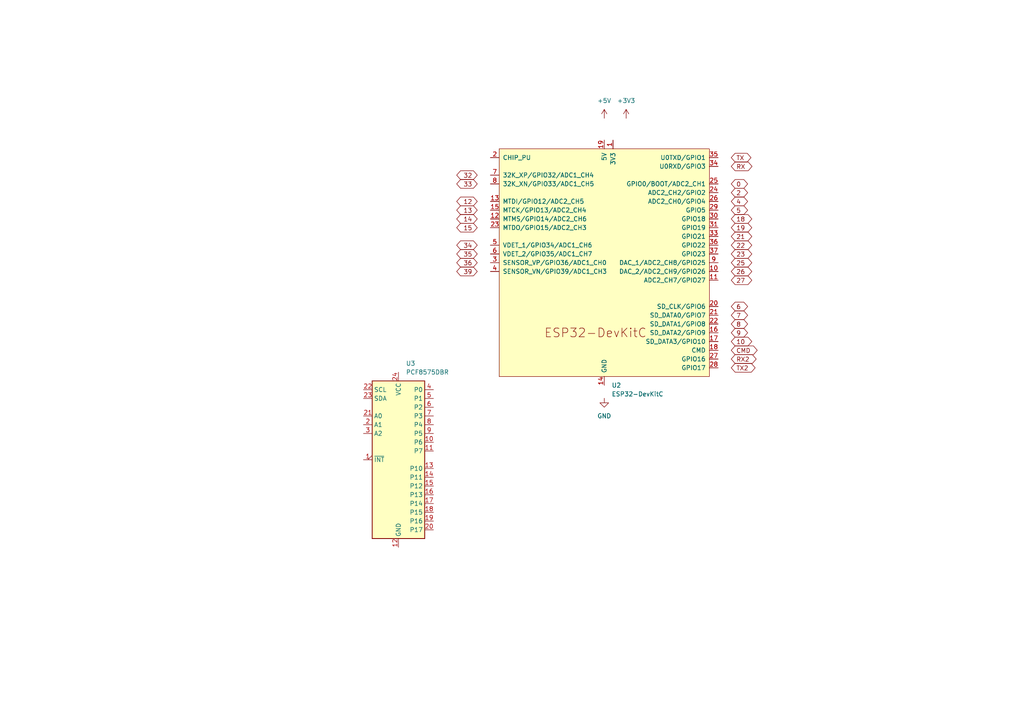
<source format=kicad_sch>
(kicad_sch (version 20250114) (generator "eeschema") (generator_version "9.0")
  (paper "A4")
  (title_block (title "controesp BASE") (date "2025-03-15") (rev "1") (comment 1 "8x NO relay outputs") (comment 2 "1x 0-5V analog input") (comment 3 "12x 24V digital inputs") (comment 4 "24V supply") (comment 5 "12x 24V digital inputs") (comment 6 "1x 0-5V analog input") (comment 9 "test comment9"))
  (lib_symbols
    (symbol "Interface_Expansion:PCF8575DBR"
      (property "Reference" "U" (at -6.35 24.13 0))
      (property "Value" "PCF8575DBR" (at 7.62 -24.13 0))
      (symbol "PCF8575DBR_0_1"
        (rectangle (start -7.62 22.86) (end 7.62 -22.86) (stroke (width 0.254)) (fill (type background)))
      )
      (symbol "PCF8575DBR_1_1"
        (pin input line (at -10.16 20.32 0) (length 2.54) (name "SCL") (number "22"))
        (pin bidirectional line (at -10.16 17.78 0) (length 2.54) (name "SDA") (number "23"))
        (pin input line (at -10.16 12.7 0) (length 2.54) (name "A0") (number "21"))
        (pin input line (at -10.16 10.16 0) (length 2.54) (name "A1") (number "2"))
        (pin input line (at -10.16 7.62 0) (length 2.54) (name "A2") (number "3"))
        (pin open_collector output_low (at -10.16 0 0) (length 2.54) (name "~{INT}") (number "1"))
        (pin power_in line (at 0 25.4 270) (length 2.54) (name "VCC") (number "24"))
        (pin power_in line (at 0 -25.4 90) (length 2.54) (name "GND") (number "12"))
        (pin bidirectional line (at 10.16 20.32 180) (length 2.54) (name "P0") (number "4"))
        (pin bidirectional line (at 10.16 17.78 180) (length 2.54) (name "P1") (number "5"))
        (pin bidirectional line (at 10.16 15.24 180) (length 2.54) (name "P2") (number "6"))
        (pin bidirectional line (at 10.16 12.7 180) (length 2.54) (name "P3") (number "7"))
        (pin bidirectional line (at 10.16 10.16 180) (length 2.54) (name "P4") (number "8"))
        (pin bidirectional line (at 10.16 7.62 180) (length 2.54) (name "P5") (number "9"))
        (pin bidirectional line (at 10.16 5.08 180) (length 2.54) (name "P6") (number "10"))
        (pin bidirectional line (at 10.16 2.54 180) (length 2.54) (name "P7") (number "11"))
        (pin bidirectional line (at 10.16 -2.54 180) (length 2.54) (name "P10") (number "13"))
        (pin bidirectional line (at 10.16 -5.08 180) (length 2.54) (name "P11") (number "14"))
        (pin bidirectional line (at 10.16 -7.62 180) (length 2.54) (name "P12") (number "15"))
        (pin bidirectional line (at 10.16 -10.16 180) (length 2.54) (name "P13") (number "16"))
        (pin bidirectional line (at 10.16 -12.7 180) (length 2.54) (name "P14") (number "17"))
        (pin bidirectional line (at 10.16 -15.24 180) (length 2.54) (name "P15") (number "18"))
        (pin bidirectional line (at 10.16 -17.78 180) (length 2.54) (name "P16") (number "19"))
        (pin bidirectional line (at 10.16 -20.32 180) (length 2.54) (name "P17") (number "20"))
      )
    )
    (symbol "PCM_Espressif:ESP32-DevKitC" (pin_names (offset 1.016))
      (property "Reference" "U" (at -30.48 38.1 0))
      (property "Value" "ESP32-DevKitC" (at -30.48 35.56 0))
      (symbol "ESP32-DevKitC_0_0"
        (text "ESP32-DevKitC" (at -2.54 -20.32 0) (effects (font (size 2.54 2.54))))
        (pin power_in line (at 0 35.56 270) (length 2.54) (name "5V") (number "19"))
        (pin power_in line (at 0 -35.56 90) (length 2.54) (name "GND") (number "14"))
      )
      (symbol "ESP32-DevKitC_0_1"
        (rectangle (start -30.48 33.02) (end 30.48 -33.02) (fill (type background)))
      )
      (symbol "ESP32-DevKitC_1_1"
        (pin input line (at -33.02 30.48 0) (length 2.54) (name "CHIP_PU") (number "2"))
        (pin bidirectional line (at -33.02 25.4 0) (length 2.54) (name "32K_XP/GPIO32/ADC1_CH4") (number "7"))
        (pin bidirectional line (at -33.02 22.86 0) (length 2.54) (name "32K_XN/GPIO33/ADC1_CH5") (number "8"))
        (pin bidirectional line (at -33.02 17.78 0) (length 2.54) (name "MTDI/GPIO12/ADC2_CH5") (number "13"))
        (pin bidirectional line (at -33.02 15.24 0) (length 2.54) (name "MTCK/GPIO13/ADC2_CH4") (number "15"))
        (pin bidirectional line (at -33.02 12.7 0) (length 2.54) (name "MTMS/GPIO14/ADC2_CH6") (number "12"))
        (pin bidirectional line (at -33.02 10.16 0) (length 2.54) (name "MTDO/GPIO15/ADC2_CH3") (number "23"))
        (pin input line (at -33.02 5.08 0) (length 2.54) (name "VDET_1/GPIO34/ADC1_CH6") (number "5"))
        (pin input line (at -33.02 2.54 0) (length 2.54) (name "VDET_2/GPIO35/ADC1_CH7") (number "6"))
        (pin input line (at -33.02 0 0) (length 2.54) (name "SENSOR_VP/GPIO36/ADC1_CH0") (number "3"))
        (pin input line (at -33.02 -2.54 0) (length 2.54) (name "SENSOR_VN/GPIO39/ADC1_CH3") (number "4"))
        (pin passive line (at 0 -35.56 90) (length 2.54) (hide yes) (name "GND") (number "32"))
        (pin passive line (at 0 -35.56 90) (length 2.54) (hide yes) (name "GND") (number "38"))
        (pin power_in line (at 2.54 35.56 270) (length 2.54) (name "3V3") (number "1"))
        (pin bidirectional line (at 33.02 30.48 180) (length 2.54) (name "U0TXD/GPIO1") (number "35"))
        (pin bidirectional line (at 33.02 27.94 180) (length 2.54) (name "U0RXD/GPIO3") (number "34"))
        (pin bidirectional line (at 33.02 22.86 180) (length 2.54) (name "GPIO0/BOOT/ADC2_CH1") (number "25"))
        (pin bidirectional line (at 33.02 20.32 180) (length 2.54) (name "ADC2_CH2/GPIO2") (number "24"))
        (pin bidirectional line (at 33.02 17.78 180) (length 2.54) (name "ADC2_CH0/GPIO4") (number "26"))
        (pin bidirectional line (at 33.02 15.24 180) (length 2.54) (name "GPIO5") (number "29"))
        (pin bidirectional line (at 33.02 12.7 180) (length 2.54) (name "GPIO18") (number "30"))
        (pin bidirectional line (at 33.02 10.16 180) (length 2.54) (name "GPIO19") (number "31"))
        (pin bidirectional line (at 33.02 7.62 180) (length 2.54) (name "GPIO21") (number "33"))
        (pin bidirectional line (at 33.02 5.08 180) (length 2.54) (name "GPIO22") (number "36"))
        (pin bidirectional line (at 33.02 2.54 180) (length 2.54) (name "GPIO23") (number "37"))
        (pin bidirectional line (at 33.02 0 180) (length 2.54) (name "DAC_1/ADC2_CH8/GPIO25") (number "9"))
        (pin bidirectional line (at 33.02 -2.54 180) (length 2.54) (name "DAC_2/ADC2_CH9/GPIO26") (number "10"))
        (pin bidirectional line (at 33.02 -5.08 180) (length 2.54) (name "ADC2_CH7/GPIO27") (number "11"))
        (pin bidirectional line (at 33.02 -12.7 180) (length 2.54) (name "SD_CLK/GPIO6") (number "20"))
        (pin bidirectional line (at 33.02 -15.24 180) (length 2.54) (name "SD_DATA0/GPIO7") (number "21"))
        (pin bidirectional line (at 33.02 -17.78 180) (length 2.54) (name "SD_DATA1/GPIO8") (number "22"))
        (pin bidirectional line (at 33.02 -20.32 180) (length 2.54) (name "SD_DATA2/GPIO9") (number "16"))
        (pin bidirectional line (at 33.02 -22.86 180) (length 2.54) (name "SD_DATA3/GPIO10") (number "17"))
        (pin bidirectional line (at 33.02 -25.4 180) (length 2.54) (name "CMD") (number "18"))
        (pin bidirectional line (at 33.02 -27.94 180) (length 2.54) (name "GPIO16") (number "27"))
        (pin bidirectional line (at 33.02 -30.48 180) (length 2.54) (name "GPIO17") (number "28"))
      )
    )
    (symbol "power:+3V3" (power) (pin_numbers (hide yes)) (pin_names (offset 0) (hide yes))
      (property "Value" "+3V3" (at 0 3.556 0))
      (symbol "+3V3_0_1"
        (polyline (pts (xy -0.762 1.27) (xy 0 2.54)))
        (polyline (pts (xy 0 2.54) (xy 0.762 1.27)))
        (polyline (pts (xy 0 0) (xy 0 2.54)))
      )
      (symbol "+3V3_1_1"
        (pin power_in line (at 0 0 90) (length 0) (name "~") (number "1"))
      )
    )
    (symbol "power:+5V" (power) (pin_numbers (hide yes)) (pin_names (offset 0) (hide yes))
      (property "Value" "+5V" (at 0 3.556 0))
      (symbol "+5V_0_1"
        (polyline (pts (xy -0.762 1.27) (xy 0 2.54)))
        (polyline (pts (xy 0 2.54) (xy 0.762 1.27)))
        (polyline (pts (xy 0 0) (xy 0 2.54)))
      )
      (symbol "+5V_1_1"
        (pin power_in line (at 0 0 90) (length 0) (name "~") (number "1"))
      )
    )
    (symbol "power:GND" (power) (pin_numbers (hide yes)) (pin_names (offset 0) (hide yes))
      (property "Value" "GND" (at 0 -3.81 0))
      (symbol "GND_0_1"
        (polyline (pts (xy 0 0) (xy 0 -1.27) (xy 1.27 -1.27) (xy 0 -2.54) (xy -1.27 -1.27) (xy 0 -1.27)))
      )
      (symbol "GND_1_1"
        (pin power_in line (at 0 0 270) (length 0) (name "~") (number "1"))
      )
    )
  )
  (global_label "22" (shape bidirectional) (at 212.09 71.12 0) (property "Intersheetrefs" "${INTERSHEET_REFS}" (at 218.6055 71.12 0) (effects (justify left))))
  (global_label "35" (shape bidirectional) (at 138.43 73.66 180) (property "Intersheetrefs" "${INTERSHEET_REFS}" (at 131.9145 73.66 0) (effects (justify right))))
  (global_label "21" (shape bidirectional) (at 212.09 68.58 0) (property "Intersheetrefs" "${INTERSHEET_REFS}" (at 218.6055 68.58 0) (effects (justify left))))
  (global_label "15" (shape bidirectional) (at 138.43 66.04 180) (property "Intersheetrefs" "${INTERSHEET_REFS}" (at 131.9145 66.04 0) (effects (justify right))))
  (global_label "8" (shape bidirectional) (at 212.09 93.98 0) (property "Intersheetrefs" "${INTERSHEET_REFS}" (at 217.396 93.98 0) (effects (justify left))))
  (global_label "TX" (shape bidirectional) (at 212.09 45.72 0) (property "Intersheetrefs" "${INTERSHEET_REFS}" (at 218.3636 45.72 0) (effects (justify left))))
  (global_label "10" (shape bidirectional) (at 212.09 99.06 0) (property "Intersheetrefs" "${INTERSHEET_REFS}" (at 218.6055 99.06 0) (effects (justify left))))
  (global_label "5" (shape bidirectional) (at 212.09 60.96 0) (property "Intersheetrefs" "${INTERSHEET_REFS}" (at 217.396 60.96 0) (effects (justify left))))
  (global_label "9" (shape bidirectional) (at 212.09 96.52 0) (property "Intersheetrefs" "${INTERSHEET_REFS}" (at 217.396 96.52 0) (effects (justify left))))
  (global_label "TX2" (shape bidirectional) (at 212.09 106.68 0) (property "Intersheetrefs" "${INTERSHEET_REFS}" (at 219.5731 106.68 0) (effects (justify left))))
  (global_label "14" (shape bidirectional) (at 138.43 63.5 180) (property "Intersheetrefs" "${INTERSHEET_REFS}" (at 131.9145 63.5 0) (effects (justify right))))
  (global_label "34" (shape bidirectional) (at 138.43 71.12 180) (property "Intersheetrefs" "${INTERSHEET_REFS}" (at 131.9145 71.12 0) (effects (justify right))))
  (global_label "RX" (shape bidirectional) (at 212.09 48.26 0) (property "Intersheetrefs" "${INTERSHEET_REFS}" (at 218.666 48.26 0) (effects (justify left))))
  (global_label "0" (shape bidirectional) (at 212.09 53.34 0) (property "Intersheetrefs" "${INTERSHEET_REFS}" (at 217.396 53.34 0) (effects (justify left))))
  (global_label "2" (shape bidirectional) (at 212.09 55.88 0) (property "Intersheetrefs" "${INTERSHEET_REFS}" (at 217.396 55.88 0) (effects (justify left))))
  (global_label "39" (shape bidirectional) (at 138.43 78.74 180) (property "Intersheetrefs" "${INTERSHEET_REFS}" (at 131.9145 78.74 0) (effects (justify right))))
  (global_label "12" (shape bidirectional) (at 138.43 58.42 180) (property "Intersheetrefs" "${INTERSHEET_REFS}" (at 131.9145 58.42 0) (effects (justify right))))
  (global_label "7" (shape bidirectional) (at 212.09 91.44 0) (property "Intersheetrefs" "${INTERSHEET_REFS}" (at 217.396 91.44 0) (effects (justify left))))
  (global_label "33" (shape bidirectional) (at 138.43 53.34 180) (property "Intersheetrefs" "${INTERSHEET_REFS}" (at 131.9145 53.34 0) (effects (justify right))))
  (global_label "25" (shape bidirectional) (at 212.09 76.2 0) (property "Intersheetrefs" "${INTERSHEET_REFS}" (at 218.6055 76.2 0) (effects (justify left))))
  (global_label "18" (shape bidirectional) (at 212.09 63.5 0) (property "Intersheetrefs" "${INTERSHEET_REFS}" (at 218.6055 63.5 0) (effects (justify left))))
  (global_label "RX2" (shape bidirectional) (at 212.09 104.14 0) (property "Intersheetrefs" "${INTERSHEET_REFS}" (at 219.8755 104.14 0) (effects (justify left))))
  (global_label "32" (shape bidirectional) (at 138.43 50.8 180) (property "Intersheetrefs" "${INTERSHEET_REFS}" (at 131.9145 50.8 0) (effects (justify right))))
  (global_label "36" (shape bidirectional) (at 138.43 76.2 180) (property "Intersheetrefs" "${INTERSHEET_REFS}" (at 131.9145 76.2 0) (effects (justify right))))
  (global_label "23" (shape bidirectional) (at 212.09 73.66 0) (property "Intersheetrefs" "${INTERSHEET_REFS}" (at 218.6055 73.66 0) (effects (justify left))))
  (global_label "6" (shape bidirectional) (at 212.09 88.9 0) (property "Intersheetrefs" "${INTERSHEET_REFS}" (at 217.396 88.9 0) (effects (justify left))))
  (global_label "19" (shape bidirectional) (at 212.09 66.04 0) (property "Intersheetrefs" "${INTERSHEET_REFS}" (at 218.6055 66.04 0) (effects (justify left))))
  (global_label "27" (shape bidirectional) (at 212.09 81.28 0) (property "Intersheetrefs" "${INTERSHEET_REFS}" (at 218.6055 81.28 0) (effects (justify left))))
  (global_label "13" (shape bidirectional) (at 138.43 60.96 180) (property "Intersheetrefs" "${INTERSHEET_REFS}" (at 131.9145 60.96 0) (effects (justify right))))
  (global_label "4" (shape bidirectional) (at 212.09 58.42 0) (property "Intersheetrefs" "${INTERSHEET_REFS}" (at 217.396 58.42 0) (effects (justify left))))
  (global_label "26" (shape bidirectional) (at 212.09 78.74 0) (property "Intersheetrefs" "${INTERSHEET_REFS}" (at 218.6055 78.74 0) (effects (justify left))))
  (global_label "CMD" (shape bidirectional) (at 212.09 101.6 0) (property "Intersheetrefs" "${INTERSHEET_REFS}" (at 220.1779 101.6 0) (effects (justify left))))
  (symbol (lib_id "power:+5V") (at 175.26 34.29 0) (unit 1)
    (property "Reference" "#PWR04" (effects (hide yes)))
    (property "Value" "+5V" (at 175.26 29.21 0))
    (property "Description" "Power symbol creates a global label with name \"+5V\"" (effects (hide yes)))
  )
  (symbol (lib_id "Interface_Expansion:PCF8575DBR") (at 115.57 133.35 0) (unit 1)
    (property "Reference" "U3" (at 117.7133 105.41 0) (effects (justify left)))
    (property "Value" "PCF8575DBR" (at 117.7133 107.95 0) (effects (justify left)))
    (property "Footprint" "Package_SO:SSOP-24_5.3x8.2mm_P0.65mm" (effects (hide yes)))
    (property "Datasheet" "https://www.ti.com/lit/ds/symlink/pcf8575.pdf" (effects (hide yes)))
    (property "Description" "16 Bits Port/Expander to I2C Bus, SSOP-24" (effects (hide yes)))
  )
  (symbol (lib_id "power:GND") (at 175.26 115.57 0) (unit 1)
    (property "Reference" "#PWR05" (effects (hide yes)))
    (property "Value" "GND" (at 175.26 120.65 0))
    (property "Description" "Power symbol creates a global label with name \"GND\" , ground" (effects (hide yes)))
  )
  (symbol (lib_id "power:+3V3") (at 181.61 34.29 0) (unit 1)
    (property "Reference" "#PWR06" (effects (hide yes)))
    (property "Value" "+3V3" (at 181.61 29.21 0))
    (property "Description" "Power symbol creates a global label with name \"+3V3\"" (effects (hide yes)))
  )
  (symbol (lib_id "PCM_Espressif:ESP32-DevKitC") (at 175.26 76.2 0) (unit 1)
    (property "Reference" "U2" (at 177.4033 111.76 0) (effects (justify left)))
    (property "Value" "ESP32-DevKitC" (at 177.4033 114.3 0) (effects (justify left)))
    (property "Footprint" "PCM_Espressif:ESP32-DevKitC" (effects (hide yes)))
    (property "Datasheet" "https://docs.espressif.com/projects/esp-idf/zh_CN/latest/esp32/hw-reference/esp32/get-started-devkitc.html" (effects (hide yes)))
    (property "Description" "Development Kit" (effects (hide yes)))
  )
)
</source>
